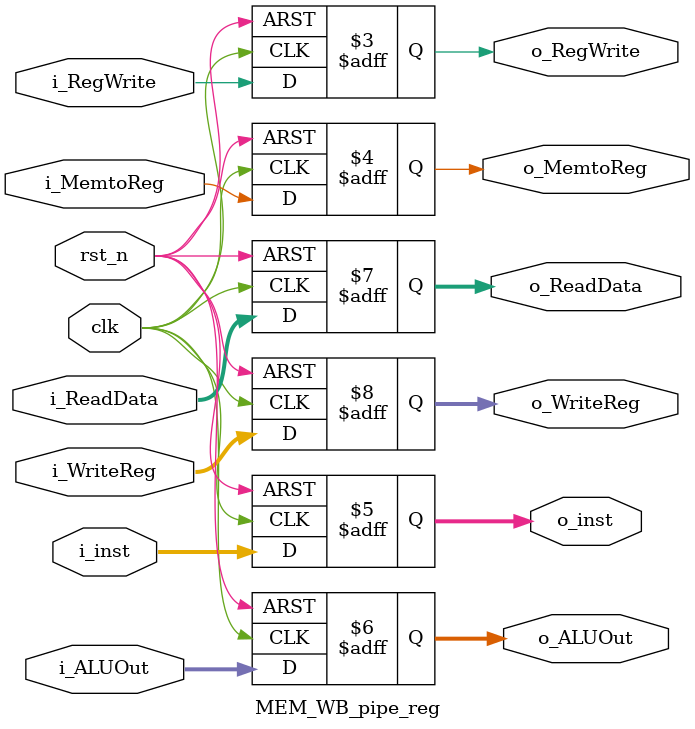
<source format=v>
module MEM_WB_pipe_reg(
    input clk,
    input rst_n,
    
    //control signal
    input i_RegWrite,
    input i_MemtoReg,
    
    output reg o_RegWrite,
    output reg o_MemtoReg,
    
    //datapath signal
    input [31:0] i_inst,
    input [31:0] i_ALUOut,
    input [31:0] i_ReadData,
    input [4:0] i_WriteReg,
    
    output reg [31:0] o_inst,
    output reg [31:0] o_ALUOut,
    output reg [31:0] o_ReadData,
    output reg [4:0] o_WriteReg
    );
    always @(posedge clk, negedge rst_n)
    begin
        if(!rst_n)
        begin
            //control signal
            o_RegWrite <= 1'b0;
            o_MemtoReg <= 1'b0;
            
            //datapath signal
            o_inst <= 32'h0;
            o_ALUOut <= 32'h0;
            o_ReadData <= 32'h0;
            o_WriteReg <= 5'h0;
        end
        else
        begin
            //control signal
            o_RegWrite <= i_RegWrite;
            o_MemtoReg <= i_MemtoReg;
            
            //datapath signal
            o_inst <= i_inst;
            o_ALUOut <= i_ALUOut;
            o_ReadData <= i_ReadData;
            o_WriteReg <= i_WriteReg;
        end
    end    
endmodule

</source>
